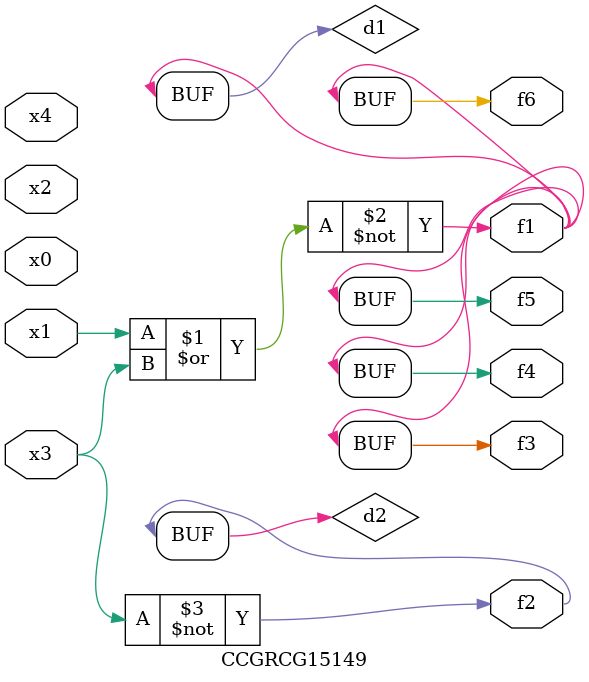
<source format=v>
module CCGRCG15149(
	input x0, x1, x2, x3, x4,
	output f1, f2, f3, f4, f5, f6
);

	wire d1, d2;

	nor (d1, x1, x3);
	not (d2, x3);
	assign f1 = d1;
	assign f2 = d2;
	assign f3 = d1;
	assign f4 = d1;
	assign f5 = d1;
	assign f6 = d1;
endmodule

</source>
